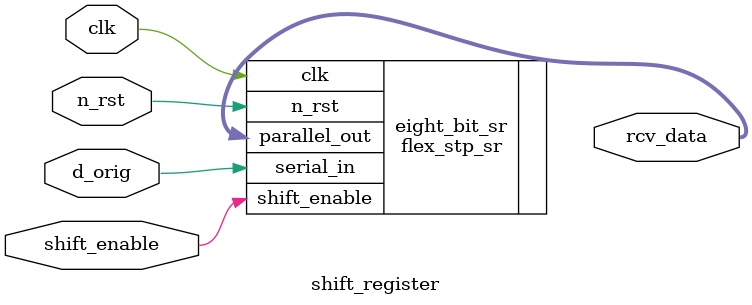
<source format=sv>

module shift_register 
(
	input wire clk,n_rst,shift_enable,d_orig, 
	output wire [7:0] rcv_data
); 

flex_stp_sr #(.NUM_BITS(8), .SHIFT_MSB(0)) eight_bit_sr (.clk(clk), .n_rst(n_rst), .shift_enable(shift_enable), .serial_in(d_orig), .parallel_out(rcv_data)); 

endmodule 

</source>
